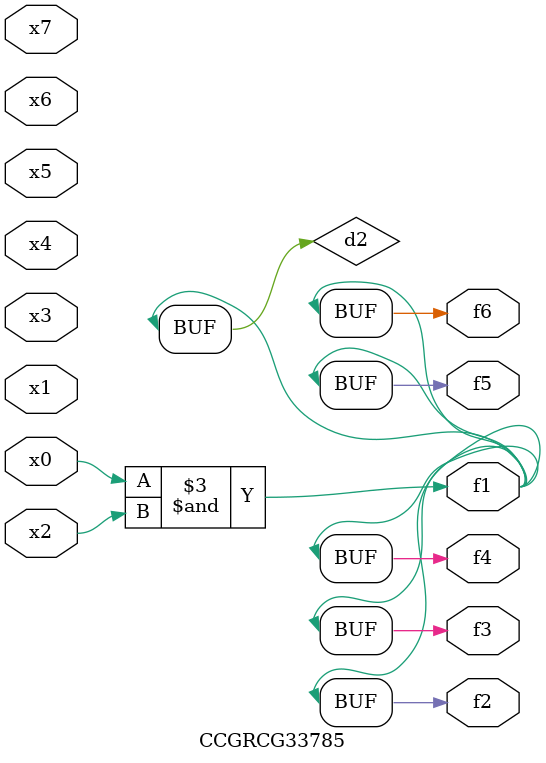
<source format=v>
module CCGRCG33785(
	input x0, x1, x2, x3, x4, x5, x6, x7,
	output f1, f2, f3, f4, f5, f6
);

	wire d1, d2;

	nor (d1, x3, x6);
	and (d2, x0, x2);
	assign f1 = d2;
	assign f2 = d2;
	assign f3 = d2;
	assign f4 = d2;
	assign f5 = d2;
	assign f6 = d2;
endmodule

</source>
